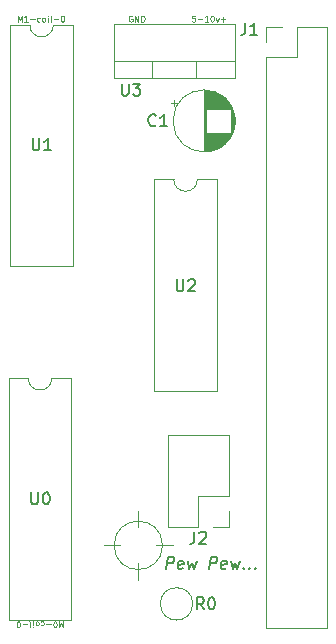
<source format=gto>
G04 #@! TF.GenerationSoftware,KiCad,Pcbnew,5.1.5-52549c5~86~ubuntu18.04.1*
G04 #@! TF.CreationDate,2020-05-16T08:59:09-06:00*
G04 #@! TF.ProjectId,openturret-hat,6f70656e-7475-4727-9265-742d6861742e,rev?*
G04 #@! TF.SameCoordinates,Original*
G04 #@! TF.FileFunction,Legend,Top*
G04 #@! TF.FilePolarity,Positive*
%FSLAX46Y46*%
G04 Gerber Fmt 4.6, Leading zero omitted, Abs format (unit mm)*
G04 Created by KiCad (PCBNEW 5.1.5-52549c5~86~ubuntu18.04.1) date 2020-05-16 08:59:09*
%MOMM*%
%LPD*%
G04 APERTURE LIST*
%ADD10C,0.150000*%
%ADD11C,0.120000*%
%ADD12C,0.125000*%
G04 APERTURE END LIST*
D10*
X123138110Y-117419380D02*
X123263110Y-116419380D01*
X123644062Y-116419380D01*
X123733348Y-116467000D01*
X123775014Y-116514619D01*
X123810729Y-116609857D01*
X123792872Y-116752714D01*
X123733348Y-116847952D01*
X123679776Y-116895571D01*
X123578586Y-116943190D01*
X123197633Y-116943190D01*
X124525014Y-117371761D02*
X124423824Y-117419380D01*
X124233348Y-117419380D01*
X124144062Y-117371761D01*
X124108348Y-117276523D01*
X124155967Y-116895571D01*
X124215491Y-116800333D01*
X124316681Y-116752714D01*
X124507157Y-116752714D01*
X124596443Y-116800333D01*
X124632157Y-116895571D01*
X124620252Y-116990809D01*
X124132157Y-117086047D01*
X124983348Y-116752714D02*
X125090491Y-117419380D01*
X125340491Y-116943190D01*
X125471443Y-117419380D01*
X125745252Y-116752714D01*
X126804776Y-117419380D02*
X126929776Y-116419380D01*
X127310729Y-116419380D01*
X127400014Y-116467000D01*
X127441681Y-116514619D01*
X127477395Y-116609857D01*
X127459538Y-116752714D01*
X127400014Y-116847952D01*
X127346443Y-116895571D01*
X127245252Y-116943190D01*
X126864300Y-116943190D01*
X128191681Y-117371761D02*
X128090491Y-117419380D01*
X127900014Y-117419380D01*
X127810729Y-117371761D01*
X127775014Y-117276523D01*
X127822633Y-116895571D01*
X127882157Y-116800333D01*
X127983348Y-116752714D01*
X128173824Y-116752714D01*
X128263110Y-116800333D01*
X128298824Y-116895571D01*
X128286919Y-116990809D01*
X127798824Y-117086047D01*
X128650014Y-116752714D02*
X128757157Y-117419380D01*
X129007157Y-116943190D01*
X129138110Y-117419380D01*
X129411919Y-116752714D01*
X129721443Y-117324142D02*
X129763110Y-117371761D01*
X129709538Y-117419380D01*
X129667872Y-117371761D01*
X129721443Y-117324142D01*
X129709538Y-117419380D01*
X130197633Y-117324142D02*
X130239300Y-117371761D01*
X130185729Y-117419380D01*
X130144062Y-117371761D01*
X130197633Y-117324142D01*
X130185729Y-117419380D01*
X130673824Y-117324142D02*
X130715491Y-117371761D01*
X130661919Y-117419380D01*
X130620252Y-117371761D01*
X130673824Y-117324142D01*
X130661919Y-117419380D01*
D11*
X120777000Y-116967000D02*
X120777000Y-118364000D01*
X119253000Y-115443000D02*
X117856000Y-115443000D01*
X120777000Y-113919000D02*
X120777000Y-112522000D01*
X122301000Y-115443000D02*
X123698000Y-115443000D01*
X122824813Y-115443000D02*
G75*
G03X122824813Y-115443000I-2047813J0D01*
G01*
D12*
X125579333Y-70592190D02*
X125341238Y-70592190D01*
X125317428Y-70830285D01*
X125341238Y-70806476D01*
X125388857Y-70782666D01*
X125507904Y-70782666D01*
X125555523Y-70806476D01*
X125579333Y-70830285D01*
X125603142Y-70877904D01*
X125603142Y-70996952D01*
X125579333Y-71044571D01*
X125555523Y-71068380D01*
X125507904Y-71092190D01*
X125388857Y-71092190D01*
X125341238Y-71068380D01*
X125317428Y-71044571D01*
X125817428Y-70901714D02*
X126198380Y-70901714D01*
X126698380Y-71092190D02*
X126412666Y-71092190D01*
X126555523Y-71092190D02*
X126555523Y-70592190D01*
X126507904Y-70663619D01*
X126460285Y-70711238D01*
X126412666Y-70735047D01*
X127007904Y-70592190D02*
X127055523Y-70592190D01*
X127103142Y-70616000D01*
X127126952Y-70639809D01*
X127150761Y-70687428D01*
X127174571Y-70782666D01*
X127174571Y-70901714D01*
X127150761Y-70996952D01*
X127126952Y-71044571D01*
X127103142Y-71068380D01*
X127055523Y-71092190D01*
X127007904Y-71092190D01*
X126960285Y-71068380D01*
X126936476Y-71044571D01*
X126912666Y-70996952D01*
X126888857Y-70901714D01*
X126888857Y-70782666D01*
X126912666Y-70687428D01*
X126936476Y-70639809D01*
X126960285Y-70616000D01*
X127007904Y-70592190D01*
X127341238Y-70758857D02*
X127460285Y-71092190D01*
X127579333Y-70758857D01*
X127769809Y-70901714D02*
X128150761Y-70901714D01*
X127960285Y-71092190D02*
X127960285Y-70711238D01*
X120269047Y-70616000D02*
X120221428Y-70592190D01*
X120150000Y-70592190D01*
X120078571Y-70616000D01*
X120030952Y-70663619D01*
X120007142Y-70711238D01*
X119983333Y-70806476D01*
X119983333Y-70877904D01*
X120007142Y-70973142D01*
X120030952Y-71020761D01*
X120078571Y-71068380D01*
X120150000Y-71092190D01*
X120197619Y-71092190D01*
X120269047Y-71068380D01*
X120292857Y-71044571D01*
X120292857Y-70877904D01*
X120197619Y-70877904D01*
X120507142Y-71092190D02*
X120507142Y-70592190D01*
X120792857Y-71092190D01*
X120792857Y-70592190D01*
X121030952Y-71092190D02*
X121030952Y-70592190D01*
X121150000Y-70592190D01*
X121221428Y-70616000D01*
X121269047Y-70663619D01*
X121292857Y-70711238D01*
X121316666Y-70806476D01*
X121316666Y-70877904D01*
X121292857Y-70973142D01*
X121269047Y-71020761D01*
X121221428Y-71068380D01*
X121150000Y-71092190D01*
X121030952Y-71092190D01*
X114410880Y-121884309D02*
X114410880Y-122384309D01*
X114244214Y-122027166D01*
X114077547Y-122384309D01*
X114077547Y-121884309D01*
X113744214Y-122384309D02*
X113696595Y-122384309D01*
X113648976Y-122360500D01*
X113625166Y-122336690D01*
X113601357Y-122289071D01*
X113577547Y-122193833D01*
X113577547Y-122074785D01*
X113601357Y-121979547D01*
X113625166Y-121931928D01*
X113648976Y-121908119D01*
X113696595Y-121884309D01*
X113744214Y-121884309D01*
X113791833Y-121908119D01*
X113815642Y-121931928D01*
X113839452Y-121979547D01*
X113863261Y-122074785D01*
X113863261Y-122193833D01*
X113839452Y-122289071D01*
X113815642Y-122336690D01*
X113791833Y-122360500D01*
X113744214Y-122384309D01*
X113363261Y-122074785D02*
X112982309Y-122074785D01*
X112529928Y-121908119D02*
X112577547Y-121884309D01*
X112672785Y-121884309D01*
X112720404Y-121908119D01*
X112744214Y-121931928D01*
X112768023Y-121979547D01*
X112768023Y-122122404D01*
X112744214Y-122170023D01*
X112720404Y-122193833D01*
X112672785Y-122217642D01*
X112577547Y-122217642D01*
X112529928Y-122193833D01*
X112244214Y-121884309D02*
X112291833Y-121908119D01*
X112315642Y-121931928D01*
X112339452Y-121979547D01*
X112339452Y-122122404D01*
X112315642Y-122170023D01*
X112291833Y-122193833D01*
X112244214Y-122217642D01*
X112172785Y-122217642D01*
X112125166Y-122193833D01*
X112101357Y-122170023D01*
X112077547Y-122122404D01*
X112077547Y-121979547D01*
X112101357Y-121931928D01*
X112125166Y-121908119D01*
X112172785Y-121884309D01*
X112244214Y-121884309D01*
X111863261Y-121884309D02*
X111863261Y-122217642D01*
X111863261Y-122384309D02*
X111887071Y-122360500D01*
X111863261Y-122336690D01*
X111839452Y-122360500D01*
X111863261Y-122384309D01*
X111863261Y-122336690D01*
X111553738Y-121884309D02*
X111601357Y-121908119D01*
X111625166Y-121955738D01*
X111625166Y-122384309D01*
X111363261Y-122074785D02*
X110982309Y-122074785D01*
X110648976Y-122384309D02*
X110601357Y-122384309D01*
X110553738Y-122360500D01*
X110529928Y-122336690D01*
X110506119Y-122289071D01*
X110482309Y-122193833D01*
X110482309Y-122074785D01*
X110506119Y-121979547D01*
X110529928Y-121931928D01*
X110553738Y-121908119D01*
X110601357Y-121884309D01*
X110648976Y-121884309D01*
X110696595Y-121908119D01*
X110720404Y-121931928D01*
X110744214Y-121979547D01*
X110768023Y-122074785D01*
X110768023Y-122193833D01*
X110744214Y-122289071D01*
X110720404Y-122336690D01*
X110696595Y-122360500D01*
X110648976Y-122384309D01*
X110569619Y-71092190D02*
X110569619Y-70592190D01*
X110736285Y-70949333D01*
X110902952Y-70592190D01*
X110902952Y-71092190D01*
X111402952Y-71092190D02*
X111117238Y-71092190D01*
X111260095Y-71092190D02*
X111260095Y-70592190D01*
X111212476Y-70663619D01*
X111164857Y-70711238D01*
X111117238Y-70735047D01*
X111617238Y-70901714D02*
X111998190Y-70901714D01*
X112450571Y-71068380D02*
X112402952Y-71092190D01*
X112307714Y-71092190D01*
X112260095Y-71068380D01*
X112236285Y-71044571D01*
X112212476Y-70996952D01*
X112212476Y-70854095D01*
X112236285Y-70806476D01*
X112260095Y-70782666D01*
X112307714Y-70758857D01*
X112402952Y-70758857D01*
X112450571Y-70782666D01*
X112736285Y-71092190D02*
X112688666Y-71068380D01*
X112664857Y-71044571D01*
X112641047Y-70996952D01*
X112641047Y-70854095D01*
X112664857Y-70806476D01*
X112688666Y-70782666D01*
X112736285Y-70758857D01*
X112807714Y-70758857D01*
X112855333Y-70782666D01*
X112879142Y-70806476D01*
X112902952Y-70854095D01*
X112902952Y-70996952D01*
X112879142Y-71044571D01*
X112855333Y-71068380D01*
X112807714Y-71092190D01*
X112736285Y-71092190D01*
X113117238Y-71092190D02*
X113117238Y-70758857D01*
X113117238Y-70592190D02*
X113093428Y-70616000D01*
X113117238Y-70639809D01*
X113141047Y-70616000D01*
X113117238Y-70592190D01*
X113117238Y-70639809D01*
X113426761Y-71092190D02*
X113379142Y-71068380D01*
X113355333Y-71020761D01*
X113355333Y-70592190D01*
X113617238Y-70901714D02*
X113998190Y-70901714D01*
X114331523Y-70592190D02*
X114379142Y-70592190D01*
X114426761Y-70616000D01*
X114450571Y-70639809D01*
X114474380Y-70687428D01*
X114498190Y-70782666D01*
X114498190Y-70901714D01*
X114474380Y-70996952D01*
X114450571Y-71044571D01*
X114426761Y-71068380D01*
X114379142Y-71092190D01*
X114331523Y-71092190D01*
X114283904Y-71068380D01*
X114260095Y-71044571D01*
X114236285Y-70996952D01*
X114212476Y-70901714D01*
X114212476Y-70782666D01*
X114236285Y-70687428D01*
X114260095Y-70639809D01*
X114283904Y-70616000D01*
X114331523Y-70592190D01*
D11*
X121974000Y-75914000D02*
X121974000Y-74404000D01*
X125675000Y-75914000D02*
X125675000Y-74404000D01*
X128945000Y-74404000D02*
X118705000Y-74404000D01*
X118705000Y-75914000D02*
X118705000Y-71273000D01*
X128945000Y-75914000D02*
X128945000Y-71273000D01*
X128945000Y-71273000D02*
X118705000Y-71273000D01*
X128945000Y-75914000D02*
X118705000Y-75914000D01*
X127427500Y-84458500D02*
X125777500Y-84458500D01*
X127427500Y-102358500D02*
X127427500Y-84458500D01*
X122127500Y-102358500D02*
X127427500Y-102358500D01*
X122127500Y-84458500D02*
X122127500Y-102358500D01*
X123777500Y-84458500D02*
X122127500Y-84458500D01*
X125777500Y-84458500D02*
G75*
G02X123777500Y-84458500I-1000000J0D01*
G01*
X115235500Y-71377500D02*
X113585500Y-71377500D01*
X115235500Y-91817500D02*
X115235500Y-71377500D01*
X109935500Y-91817500D02*
X115235500Y-91817500D01*
X109935500Y-71377500D02*
X109935500Y-91817500D01*
X111585500Y-71377500D02*
X109935500Y-71377500D01*
X113585500Y-71377500D02*
G75*
G02X111585500Y-71377500I-1000000J0D01*
G01*
X115108500Y-101286000D02*
X113458500Y-101286000D01*
X115108500Y-121726000D02*
X115108500Y-101286000D01*
X109808500Y-121726000D02*
X115108500Y-121726000D01*
X109808500Y-101286000D02*
X109808500Y-121726000D01*
X111458500Y-101286000D02*
X109808500Y-101286000D01*
X113458500Y-101286000D02*
G75*
G02X111458500Y-101286000I-1000000J0D01*
G01*
X122645500Y-120396000D02*
X122575500Y-120396000D01*
X125385500Y-120396000D02*
G75*
G03X125385500Y-120396000I-1370000J0D01*
G01*
X128457000Y-113852000D02*
X127127000Y-113852000D01*
X128457000Y-112522000D02*
X128457000Y-113852000D01*
X125857000Y-113852000D02*
X123257000Y-113852000D01*
X125857000Y-111252000D02*
X125857000Y-113852000D01*
X128457000Y-111252000D02*
X125857000Y-111252000D01*
X123257000Y-113852000D02*
X123257000Y-106112000D01*
X128457000Y-111252000D02*
X128457000Y-106112000D01*
X128457000Y-106112000D02*
X123257000Y-106112000D01*
X131596225Y-71516000D02*
X132926225Y-71516000D01*
X131596225Y-72846000D02*
X131596225Y-71516000D01*
X134196225Y-71516000D02*
X136796225Y-71516000D01*
X134196225Y-74116000D02*
X134196225Y-71516000D01*
X131596225Y-74116000D02*
X134196225Y-74116000D01*
X136796225Y-71516000D02*
X136796225Y-122436000D01*
X131596225Y-74116000D02*
X131596225Y-122436000D01*
X131596225Y-122436000D02*
X136796225Y-122436000D01*
X123790225Y-77777000D02*
X123790225Y-78277000D01*
X123540225Y-78027000D02*
X124040225Y-78027000D01*
X128946000Y-79218000D02*
X128946000Y-79786000D01*
X128906000Y-78984000D02*
X128906000Y-80020000D01*
X128866000Y-78825000D02*
X128866000Y-80179000D01*
X128826000Y-78697000D02*
X128826000Y-80307000D01*
X128786000Y-78587000D02*
X128786000Y-80417000D01*
X128746000Y-78491000D02*
X128746000Y-80513000D01*
X128706000Y-78404000D02*
X128706000Y-80600000D01*
X128666000Y-78324000D02*
X128666000Y-80680000D01*
X128626000Y-80542000D02*
X128626000Y-80753000D01*
X128626000Y-78251000D02*
X128626000Y-78462000D01*
X128586000Y-80542000D02*
X128586000Y-80821000D01*
X128586000Y-78183000D02*
X128586000Y-78462000D01*
X128546000Y-80542000D02*
X128546000Y-80885000D01*
X128546000Y-78119000D02*
X128546000Y-78462000D01*
X128506000Y-80542000D02*
X128506000Y-80945000D01*
X128506000Y-78059000D02*
X128506000Y-78462000D01*
X128466000Y-80542000D02*
X128466000Y-81002000D01*
X128466000Y-78002000D02*
X128466000Y-78462000D01*
X128426000Y-80542000D02*
X128426000Y-81056000D01*
X128426000Y-77948000D02*
X128426000Y-78462000D01*
X128386000Y-80542000D02*
X128386000Y-81107000D01*
X128386000Y-77897000D02*
X128386000Y-78462000D01*
X128346000Y-80542000D02*
X128346000Y-81155000D01*
X128346000Y-77849000D02*
X128346000Y-78462000D01*
X128306000Y-80542000D02*
X128306000Y-81201000D01*
X128306000Y-77803000D02*
X128306000Y-78462000D01*
X128266000Y-80542000D02*
X128266000Y-81245000D01*
X128266000Y-77759000D02*
X128266000Y-78462000D01*
X128226000Y-80542000D02*
X128226000Y-81287000D01*
X128226000Y-77717000D02*
X128226000Y-78462000D01*
X128186000Y-80542000D02*
X128186000Y-81328000D01*
X128186000Y-77676000D02*
X128186000Y-78462000D01*
X128146000Y-80542000D02*
X128146000Y-81366000D01*
X128146000Y-77638000D02*
X128146000Y-78462000D01*
X128106000Y-80542000D02*
X128106000Y-81403000D01*
X128106000Y-77601000D02*
X128106000Y-78462000D01*
X128066000Y-80542000D02*
X128066000Y-81439000D01*
X128066000Y-77565000D02*
X128066000Y-78462000D01*
X128026000Y-80542000D02*
X128026000Y-81473000D01*
X128026000Y-77531000D02*
X128026000Y-78462000D01*
X127986000Y-80542000D02*
X127986000Y-81506000D01*
X127986000Y-77498000D02*
X127986000Y-78462000D01*
X127946000Y-80542000D02*
X127946000Y-81537000D01*
X127946000Y-77467000D02*
X127946000Y-78462000D01*
X127906000Y-80542000D02*
X127906000Y-81567000D01*
X127906000Y-77437000D02*
X127906000Y-78462000D01*
X127866000Y-80542000D02*
X127866000Y-81597000D01*
X127866000Y-77407000D02*
X127866000Y-78462000D01*
X127826000Y-80542000D02*
X127826000Y-81624000D01*
X127826000Y-77380000D02*
X127826000Y-78462000D01*
X127786000Y-80542000D02*
X127786000Y-81651000D01*
X127786000Y-77353000D02*
X127786000Y-78462000D01*
X127746000Y-80542000D02*
X127746000Y-81677000D01*
X127746000Y-77327000D02*
X127746000Y-78462000D01*
X127706000Y-80542000D02*
X127706000Y-81702000D01*
X127706000Y-77302000D02*
X127706000Y-78462000D01*
X127666000Y-80542000D02*
X127666000Y-81726000D01*
X127666000Y-77278000D02*
X127666000Y-78462000D01*
X127626000Y-80542000D02*
X127626000Y-81749000D01*
X127626000Y-77255000D02*
X127626000Y-78462000D01*
X127586000Y-80542000D02*
X127586000Y-81770000D01*
X127586000Y-77234000D02*
X127586000Y-78462000D01*
X127546000Y-80542000D02*
X127546000Y-81792000D01*
X127546000Y-77212000D02*
X127546000Y-78462000D01*
X127506000Y-80542000D02*
X127506000Y-81812000D01*
X127506000Y-77192000D02*
X127506000Y-78462000D01*
X127466000Y-80542000D02*
X127466000Y-81831000D01*
X127466000Y-77173000D02*
X127466000Y-78462000D01*
X127426000Y-80542000D02*
X127426000Y-81850000D01*
X127426000Y-77154000D02*
X127426000Y-78462000D01*
X127386000Y-80542000D02*
X127386000Y-81867000D01*
X127386000Y-77137000D02*
X127386000Y-78462000D01*
X127346000Y-80542000D02*
X127346000Y-81884000D01*
X127346000Y-77120000D02*
X127346000Y-78462000D01*
X127306000Y-80542000D02*
X127306000Y-81900000D01*
X127306000Y-77104000D02*
X127306000Y-78462000D01*
X127266000Y-80542000D02*
X127266000Y-81916000D01*
X127266000Y-77088000D02*
X127266000Y-78462000D01*
X127226000Y-80542000D02*
X127226000Y-81930000D01*
X127226000Y-77074000D02*
X127226000Y-78462000D01*
X127186000Y-80542000D02*
X127186000Y-81944000D01*
X127186000Y-77060000D02*
X127186000Y-78462000D01*
X127146000Y-80542000D02*
X127146000Y-81957000D01*
X127146000Y-77047000D02*
X127146000Y-78462000D01*
X127106000Y-80542000D02*
X127106000Y-81970000D01*
X127106000Y-77034000D02*
X127106000Y-78462000D01*
X127066000Y-80542000D02*
X127066000Y-81982000D01*
X127066000Y-77022000D02*
X127066000Y-78462000D01*
X127025000Y-80542000D02*
X127025000Y-81993000D01*
X127025000Y-77011000D02*
X127025000Y-78462000D01*
X126985000Y-80542000D02*
X126985000Y-82003000D01*
X126985000Y-77001000D02*
X126985000Y-78462000D01*
X126945000Y-80542000D02*
X126945000Y-82013000D01*
X126945000Y-76991000D02*
X126945000Y-78462000D01*
X126905000Y-80542000D02*
X126905000Y-82022000D01*
X126905000Y-76982000D02*
X126905000Y-78462000D01*
X126865000Y-80542000D02*
X126865000Y-82030000D01*
X126865000Y-76974000D02*
X126865000Y-78462000D01*
X126825000Y-80542000D02*
X126825000Y-82038000D01*
X126825000Y-76966000D02*
X126825000Y-78462000D01*
X126785000Y-80542000D02*
X126785000Y-82045000D01*
X126785000Y-76959000D02*
X126785000Y-78462000D01*
X126745000Y-80542000D02*
X126745000Y-82052000D01*
X126745000Y-76952000D02*
X126745000Y-78462000D01*
X126705000Y-80542000D02*
X126705000Y-82058000D01*
X126705000Y-76946000D02*
X126705000Y-78462000D01*
X126665000Y-80542000D02*
X126665000Y-82063000D01*
X126665000Y-76941000D02*
X126665000Y-78462000D01*
X126625000Y-80542000D02*
X126625000Y-82067000D01*
X126625000Y-76937000D02*
X126625000Y-78462000D01*
X126585000Y-80542000D02*
X126585000Y-82071000D01*
X126585000Y-76933000D02*
X126585000Y-78462000D01*
X126545000Y-76929000D02*
X126545000Y-82075000D01*
X126505000Y-76926000D02*
X126505000Y-82078000D01*
X126465000Y-76924000D02*
X126465000Y-82080000D01*
X126425000Y-76923000D02*
X126425000Y-82081000D01*
X126385000Y-76922000D02*
X126385000Y-82082000D01*
X126345000Y-76922000D02*
X126345000Y-82082000D01*
X128965000Y-79502000D02*
G75*
G03X128965000Y-79502000I-2620000J0D01*
G01*
D10*
X119380095Y-76366380D02*
X119380095Y-77175904D01*
X119427714Y-77271142D01*
X119475333Y-77318761D01*
X119570571Y-77366380D01*
X119761047Y-77366380D01*
X119856285Y-77318761D01*
X119903904Y-77271142D01*
X119951523Y-77175904D01*
X119951523Y-76366380D01*
X120332476Y-76366380D02*
X120951523Y-76366380D01*
X120618190Y-76747333D01*
X120761047Y-76747333D01*
X120856285Y-76794952D01*
X120903904Y-76842571D01*
X120951523Y-76937809D01*
X120951523Y-77175904D01*
X120903904Y-77271142D01*
X120856285Y-77318761D01*
X120761047Y-77366380D01*
X120475333Y-77366380D01*
X120380095Y-77318761D01*
X120332476Y-77271142D01*
X124015595Y-92924380D02*
X124015595Y-93733904D01*
X124063214Y-93829142D01*
X124110833Y-93876761D01*
X124206071Y-93924380D01*
X124396547Y-93924380D01*
X124491785Y-93876761D01*
X124539404Y-93829142D01*
X124587023Y-93733904D01*
X124587023Y-92924380D01*
X125015595Y-93019619D02*
X125063214Y-92972000D01*
X125158452Y-92924380D01*
X125396547Y-92924380D01*
X125491785Y-92972000D01*
X125539404Y-93019619D01*
X125587023Y-93114857D01*
X125587023Y-93210095D01*
X125539404Y-93352952D01*
X124967976Y-93924380D01*
X125587023Y-93924380D01*
X111823595Y-80986380D02*
X111823595Y-81795904D01*
X111871214Y-81891142D01*
X111918833Y-81938761D01*
X112014071Y-81986380D01*
X112204547Y-81986380D01*
X112299785Y-81938761D01*
X112347404Y-81891142D01*
X112395023Y-81795904D01*
X112395023Y-80986380D01*
X113395023Y-81986380D02*
X112823595Y-81986380D01*
X113109309Y-81986380D02*
X113109309Y-80986380D01*
X113014071Y-81129238D01*
X112918833Y-81224476D01*
X112823595Y-81272095D01*
X111696595Y-110958380D02*
X111696595Y-111767904D01*
X111744214Y-111863142D01*
X111791833Y-111910761D01*
X111887071Y-111958380D01*
X112077547Y-111958380D01*
X112172785Y-111910761D01*
X112220404Y-111863142D01*
X112268023Y-111767904D01*
X112268023Y-110958380D01*
X112934690Y-110958380D02*
X113029928Y-110958380D01*
X113125166Y-111006000D01*
X113172785Y-111053619D01*
X113220404Y-111148857D01*
X113268023Y-111339333D01*
X113268023Y-111577428D01*
X113220404Y-111767904D01*
X113172785Y-111863142D01*
X113125166Y-111910761D01*
X113029928Y-111958380D01*
X112934690Y-111958380D01*
X112839452Y-111910761D01*
X112791833Y-111863142D01*
X112744214Y-111767904D01*
X112696595Y-111577428D01*
X112696595Y-111339333D01*
X112744214Y-111148857D01*
X112791833Y-111053619D01*
X112839452Y-111006000D01*
X112934690Y-110958380D01*
X126325333Y-120848380D02*
X125992000Y-120372190D01*
X125753904Y-120848380D02*
X125753904Y-119848380D01*
X126134857Y-119848380D01*
X126230095Y-119896000D01*
X126277714Y-119943619D01*
X126325333Y-120038857D01*
X126325333Y-120181714D01*
X126277714Y-120276952D01*
X126230095Y-120324571D01*
X126134857Y-120372190D01*
X125753904Y-120372190D01*
X126944380Y-119848380D02*
X127039619Y-119848380D01*
X127134857Y-119896000D01*
X127182476Y-119943619D01*
X127230095Y-120038857D01*
X127277714Y-120229333D01*
X127277714Y-120467428D01*
X127230095Y-120657904D01*
X127182476Y-120753142D01*
X127134857Y-120800761D01*
X127039619Y-120848380D01*
X126944380Y-120848380D01*
X126849142Y-120800761D01*
X126801523Y-120753142D01*
X126753904Y-120657904D01*
X126706285Y-120467428D01*
X126706285Y-120229333D01*
X126753904Y-120038857D01*
X126801523Y-119943619D01*
X126849142Y-119896000D01*
X126944380Y-119848380D01*
X125523666Y-114304380D02*
X125523666Y-115018666D01*
X125476047Y-115161523D01*
X125380809Y-115256761D01*
X125237952Y-115304380D01*
X125142714Y-115304380D01*
X125952238Y-114399619D02*
X125999857Y-114352000D01*
X126095095Y-114304380D01*
X126333190Y-114304380D01*
X126428428Y-114352000D01*
X126476047Y-114399619D01*
X126523666Y-114494857D01*
X126523666Y-114590095D01*
X126476047Y-114732952D01*
X125904619Y-115304380D01*
X126523666Y-115304380D01*
X129841666Y-71207380D02*
X129841666Y-71921666D01*
X129794047Y-72064523D01*
X129698809Y-72159761D01*
X129555952Y-72207380D01*
X129460714Y-72207380D01*
X130841666Y-72207380D02*
X130270238Y-72207380D01*
X130555952Y-72207380D02*
X130555952Y-71207380D01*
X130460714Y-71350238D01*
X130365476Y-71445476D01*
X130270238Y-71493095D01*
X122261333Y-79859142D02*
X122213714Y-79906761D01*
X122070857Y-79954380D01*
X121975619Y-79954380D01*
X121832761Y-79906761D01*
X121737523Y-79811523D01*
X121689904Y-79716285D01*
X121642285Y-79525809D01*
X121642285Y-79382952D01*
X121689904Y-79192476D01*
X121737523Y-79097238D01*
X121832761Y-79002000D01*
X121975619Y-78954380D01*
X122070857Y-78954380D01*
X122213714Y-79002000D01*
X122261333Y-79049619D01*
X123213714Y-79954380D02*
X122642285Y-79954380D01*
X122928000Y-79954380D02*
X122928000Y-78954380D01*
X122832761Y-79097238D01*
X122737523Y-79192476D01*
X122642285Y-79240095D01*
M02*

</source>
